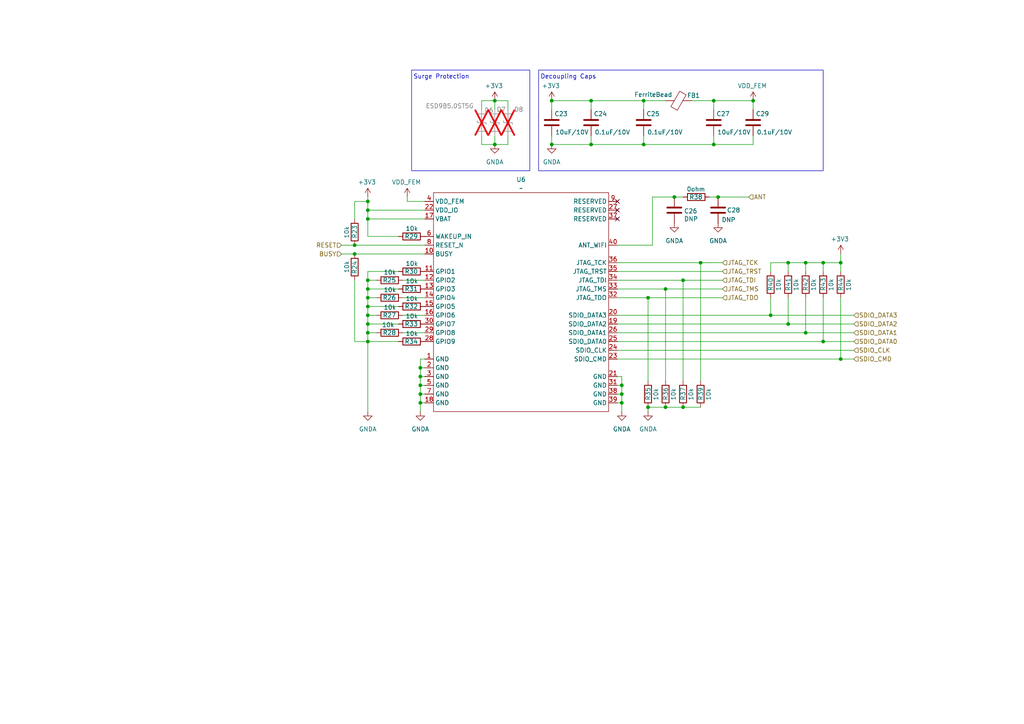
<source format=kicad_sch>
(kicad_sch (version 20231120) (generator "eeschema") (generator_version "8.0")
  (paper "A4")
  (lib_symbols
    (symbol "Device:C" (pin_numbers hide) (pin_names (offset 0.254))
      (property "Reference" "C" (at 0.635 2.54 0))
      (property "Value" "C" (at 0.635 -2.54 0))
      (symbol "C_0_1"
        (polyline (pts (xy -2.032 -0.762) (xy 2.032 -0.762)) (stroke (width 0.508)))
        (polyline (pts (xy -2.032 0.762) (xy 2.032 0.762)) (stroke (width 0.508)))
      )
      (symbol "C_1_1"
        (pin passive line (at 0 3.81 270) (length 2.794) (name "~") (number "1"))
        (pin passive line (at 0 -3.81 90) (length 2.794) (name "~") (number "2"))
      )
    )
    (symbol "Device:FerriteBead" (pin_numbers hide) (pin_names (offset 0))
      (property "Reference" "FB" (at -3.81 0.635 90))
      (property "Value" "FerriteBead" (at 3.81 0 90))
      (symbol "FerriteBead_0_1"
        (polyline (pts (xy 0 -1.27) (xy 0 -1.2192)))
        (polyline (pts (xy 0 1.27) (xy 0 1.2954)))
        (polyline (pts (xy -2.7686 0.4064) (xy -1.7018 2.2606) (xy 2.7686 -0.3048) (xy 1.6764 -2.159) (xy -2.7686 0.4064)))
      )
      (symbol "FerriteBead_1_1"
        (pin passive line (at 0 3.81 270) (length 2.54) (name "~") (number "1"))
        (pin passive line (at 0 -3.81 90) (length 2.54) (name "~") (number "2"))
      )
    )
    (symbol "Device:R" (pin_numbers hide) (pin_names (offset 0))
      (property "Reference" "R" (at 2.032 0 90))
      (property "Value" "R" (at 0 0 90))
      (symbol "R_0_1"
        (rectangle (start -1.016 -2.54) (end 1.016 2.54) (stroke (width 0.254)))
      )
      (symbol "R_1_1"
        (pin passive line (at 0 3.81 270) (length 1.27) (name "~") (number "1"))
        (pin passive line (at 0 -3.81 90) (length 1.27) (name "~") (number "2"))
      )
    )
    (symbol "Diode:ESD9B5.0ST5G" (pin_numbers hide) (pin_names (offset 1.016) hide)
      (property "Reference" "D" (at 0 2.54 0))
      (property "Value" "ESD9B5.0ST5G" (at 0 -2.54 0))
      (symbol "ESD9B5.0ST5G_0_1"
        (polyline (pts (xy 1.27 0) (xy -1.27 0)))
        (polyline (pts (xy -2.54 -1.27) (xy 0 0) (xy -2.54 1.27) (xy -2.54 -1.27)) (stroke (width 0.2032)))
        (polyline (pts (xy 0.508 1.27) (xy 0 1.27) (xy 0 -1.27) (xy -0.508 -1.27)) (stroke (width 0.2032)))
        (polyline (pts (xy 2.54 1.27) (xy 2.54 -1.27) (xy 0 0) (xy 2.54 1.27)) (stroke (width 0.2032)))
      )
      (symbol "ESD9B5.0ST5G_1_1"
        (pin passive line (at -3.81 0 0) (length 2.54) (name "A1") (number "1"))
        (pin passive line (at 3.81 0 180) (length 2.54) (name "A2") (number "2"))
      )
    )
    (symbol "FGH100M:FGH100MABMD"
      (property "Reference" "U" (at 0 0 0))
      (symbol "FGH100MABMD_0_1"
        (rectangle (start -25.4 33.02) (end 25.4 -30.48))
      )
      (symbol "FGH100MABMD_1_1"
        (pin power_in line (at -27.94 -15.24 0) (length 2.54) (name "GND") (number "1"))
        (pin bidirectional line (at -27.94 15.24 0) (length 2.54) (name "BUSY") (number "10"))
        (pin bidirectional line (at -27.94 10.16 0) (length 2.54) (name "GPIO1") (number "11"))
        (pin bidirectional line (at -27.94 7.62 0) (length 2.54) (name "GPIO2") (number "12"))
        (pin bidirectional line (at -27.94 5.08 0) (length 2.54) (name "GPIO3") (number "13"))
        (pin bidirectional line (at -27.94 2.54 0) (length 2.54) (name "GPIO4") (number "14"))
        (pin bidirectional line (at -27.94 0 0) (length 2.54) (name "GPIO5") (number "15"))
        (pin bidirectional line (at -27.94 -2.54 0) (length 2.54) (name "GPIO6") (number "16"))
        (pin power_in line (at -27.94 25.4 0) (length 2.54) (name "VBAT") (number "17"))
        (pin power_in line (at -27.94 -27.94 0) (length 2.54) (name "GND") (number "18"))
        (pin bidirectional line (at 27.94 -5.08 180) (length 2.54) (name "SDIO_DATA2") (number "19"))
        (pin power_in line (at -27.94 -17.78 0) (length 2.54) (name "GND") (number "2"))
        (pin bidirectional line (at 27.94 -2.54 180) (length 2.54) (name "SDIO_DATA3") (number "20"))
        (pin power_in line (at 27.94 -20.32 180) (length 2.54) (name "GND") (number "21"))
        (pin power_in line (at -27.94 27.94 0) (length 2.54) (name "VDD_IO") (number "22"))
        (pin bidirectional line (at 27.94 -15.24 180) (length 2.54) (name "SDIO_CMD") (number "23"))
        (pin bidirectional line (at 27.94 -12.7 180) (length 2.54) (name "SDIO_CLK") (number "24"))
        (pin bidirectional line (at 27.94 -10.16 180) (length 2.54) (name "SDIO_DATA0") (number "25"))
        (pin bidirectional line (at 27.94 -7.62 180) (length 2.54) (name "SDIO_DATA1") (number "26"))
        (pin no_connect line (at 27.94 27.94 180) (length 2.54) (name "RESERVED") (number "27"))
        (pin bidirectional line (at -27.94 -10.16 0) (length 2.54) (name "GPIO9") (number "28"))
        (pin bidirectional line (at -27.94 -7.62 0) (length 2.54) (name "GPIO8") (number "29"))
        (pin power_in line (at -27.94 -20.32 0) (length 2.54) (name "GND") (number "3"))
        (pin bidirectional line (at -27.94 -5.08 0) (length 2.54) (name "GPIO7") (number "30"))
        (pin power_in line (at 27.94 -22.86 180) (length 2.54) (name "GND") (number "31"))
        (pin bidirectional line (at 27.94 2.54 180) (length 2.54) (name "JTAG_TDO") (number "32"))
        (pin bidirectional line (at 27.94 5.08 180) (length 2.54) (name "JTAG_TMS") (number "33"))
        (pin bidirectional line (at 27.94 7.62 180) (length 2.54) (name "JTAG_TDI") (number "34"))
        (pin bidirectional line (at 27.94 10.16 180) (length 2.54) (name "JTAG_TRST") (number "35"))
        (pin bidirectional line (at 27.94 12.7 180) (length 2.54) (name "JTAG_TCK") (number "36"))
        (pin no_connect line (at 27.94 25.4 180) (length 2.54) (name "RESERVED") (number "37"))
        (pin power_in line (at 27.94 -25.4 180) (length 2.54) (name "GND") (number "38"))
        (pin power_in line (at 27.94 -27.94 180) (length 2.54) (name "GND") (number "39"))
        (pin power_in line (at -27.94 30.48 0) (length 2.54) (name "VDD_FEM") (number "4"))
        (pin bidirectional line (at 27.94 17.78 180) (length 2.54) (name "ANT_WIFI") (number "40"))
        (pin power_in line (at -27.94 -22.86 0) (length 2.54) (name "GND") (number "5"))
        (pin input line (at -27.94 20.32 0) (length 2.54) (name "WAKEUP_IN") (number "6"))
        (pin power_in line (at -27.94 -25.4 0) (length 2.54) (name "GND") (number "7"))
        (pin input line (at -27.94 17.78 0) (length 2.54) (name "RESET_N") (number "8"))
        (pin no_connect line (at 27.94 30.48 180) (length 2.54) (name "RESERVED") (number "9"))
      )
    )
    (symbol "power:+3V3" (power) (pin_numbers hide) (pin_names (offset 0) hide)
      (property "Value" "+3V3" (at 0 3.556 0))
      (symbol "+3V3_0_1"
        (polyline (pts (xy -0.762 1.27) (xy 0 2.54)))
        (polyline (pts (xy 0 0) (xy 0 2.54)))
        (polyline (pts (xy 0 2.54) (xy 0.762 1.27)))
      )
      (symbol "+3V3_1_1"
        (pin power_in line (at 0 0 90) (length 0) (name "~") (number "1"))
      )
    )
    (symbol "power:GNDA" (power) (pin_numbers hide) (pin_names (offset 0) hide)
      (property "Value" "GNDA" (at 0 -3.81 0))
      (symbol "GNDA_0_1"
        (polyline (pts (xy 0 0) (xy 0 -1.27) (xy 1.27 -1.27) (xy 0 -2.54) (xy -1.27 -1.27) (xy 0 -1.27)))
      )
      (symbol "GNDA_1_1"
        (pin power_in line (at 0 0 270) (length 0) (name "~") (number "1"))
      )
    )
  )
  (junction (at 195.58 57.15))
  (junction (at 121.92 111.76))
  (junction (at 121.92 116.84))
  (junction (at 233.68 76.2))
  (junction (at 233.68 96.52))
  (junction (at 180.34 114.3))
  (junction (at 143.51 29.21))
  (junction (at 171.45 29.21))
  (junction (at 238.76 76.2))
  (junction (at 186.69 29.21))
  (junction (at 218.44 29.21))
  (junction (at 186.69 41.91))
  (junction (at 106.68 99.06))
  (junction (at 198.12 118.11))
  (junction (at 102.87 71.12))
  (junction (at 238.76 99.06))
  (junction (at 193.04 83.82))
  (junction (at 106.68 81.28))
  (junction (at 223.52 91.44))
  (junction (at 160.02 41.91))
  (junction (at 198.12 81.28))
  (junction (at 171.45 41.91))
  (junction (at 106.68 86.36))
  (junction (at 243.84 76.2))
  (junction (at 121.92 106.68))
  (junction (at 228.6 93.98))
  (junction (at 106.68 88.9))
  (junction (at 203.2 76.2))
  (junction (at 106.68 96.52))
  (junction (at 106.68 91.44))
  (junction (at 187.96 118.11))
  (junction (at 208.28 57.15))
  (junction (at 180.34 116.84))
  (junction (at 106.68 58.42))
  (junction (at 160.02 29.21))
  (junction (at 106.68 93.98))
  (junction (at 121.92 114.3))
  (junction (at 243.84 104.14))
  (junction (at 207.01 29.21))
  (junction (at 106.68 60.96))
  (junction (at 187.96 86.36))
  (junction (at 228.6 76.2))
  (junction (at 121.92 109.22))
  (junction (at 106.68 83.82))
  (junction (at 106.68 63.5))
  (junction (at 102.87 73.66))
  (junction (at 143.51 41.91))
  (junction (at 207.01 41.91))
  (junction (at 193.04 118.11))
  (junction (at 180.34 111.76))
  (no_connect (at 179.07 63.5))
  (no_connect (at 179.07 60.96))
  (no_connect (at 179.07 58.42))
  (wire (pts (xy 247.65 93.98) (xy 228.6 93.98)))
  (wire (pts (xy 209.55 76.2) (xy 203.2 76.2)))
  (wire (pts (xy 106.68 63.5) (xy 106.68 68.58)))
  (wire (pts (xy 189.23 57.15) (xy 189.23 71.12)))
  (wire (pts (xy 139.7 31.75) (xy 139.7 29.21)))
  (wire (pts (xy 147.32 29.21) (xy 143.51 29.21)))
  (wire (pts (xy 187.96 86.36) (xy 187.96 110.49)))
  (wire (pts (xy 180.34 116.84) (xy 180.34 119.38)))
  (wire (pts (xy 171.45 29.21) (xy 186.69 29.21)))
  (wire (pts (xy 147.32 41.91) (xy 143.51 41.91)))
  (wire (pts (xy 121.92 116.84) (xy 121.92 119.38)))
  (wire (pts (xy 143.51 29.21) (xy 143.51 31.75)))
  (wire (pts (xy 123.19 109.22) (xy 121.92 109.22)))
  (wire (pts (xy 205.74 57.15) (xy 208.28 57.15)))
  (wire (pts (xy 106.68 57.15) (xy 106.68 58.42)))
  (wire (pts (xy 207.01 41.91) (xy 207.01 39.37)))
  (wire (pts (xy 179.07 104.14) (xy 243.84 104.14)))
  (wire (pts (xy 106.68 91.44) (xy 106.68 93.98)))
  (wire (pts (xy 179.07 96.52) (xy 233.68 96.52)))
  (wire (pts (xy 247.65 96.52) (xy 233.68 96.52)))
  (wire (pts (xy 116.84 96.52) (xy 123.19 96.52)))
  (wire (pts (xy 147.32 39.37) (xy 147.32 41.91)))
  (wire (pts (xy 139.7 39.37) (xy 139.7 41.91)))
  (wire (pts (xy 123.19 116.84) (xy 121.92 116.84)))
  (wire (pts (xy 180.34 111.76) (xy 180.34 114.3)))
  (wire (pts (xy 179.07 86.36) (xy 187.96 86.36)))
  (wire (pts (xy 106.68 96.52) (xy 109.22 96.52)))
  (wire (pts (xy 118.11 58.42) (xy 123.19 58.42)))
  (wire (pts (xy 102.87 73.66) (xy 123.19 73.66)))
  (wire (pts (xy 106.68 91.44) (xy 109.22 91.44)))
  (wire (pts (xy 238.76 86.36) (xy 238.76 99.06)))
  (wire (pts (xy 171.45 31.75) (xy 171.45 29.21)))
  (wire (pts (xy 187.96 119.38) (xy 187.96 118.11)))
  (wire (pts (xy 200.66 29.21) (xy 207.01 29.21)))
  (wire (pts (xy 179.07 81.28) (xy 198.12 81.28)))
  (wire (pts (xy 203.2 76.2) (xy 203.2 110.49)))
  (wire (pts (xy 209.55 86.36) (xy 187.96 86.36)))
  (wire (pts (xy 189.23 71.12) (xy 179.07 71.12)))
  (wire (pts (xy 106.68 81.28) (xy 106.68 83.82)))
  (wire (pts (xy 180.34 109.22) (xy 180.34 111.76)))
  (wire (pts (xy 233.68 76.2) (xy 238.76 76.2)))
  (wire (pts (xy 189.23 57.15) (xy 195.58 57.15)))
  (wire (pts (xy 118.11 57.15) (xy 118.11 58.42)))
  (wire (pts (xy 243.84 104.14) (xy 247.65 104.14)))
  (wire (pts (xy 106.68 68.58) (xy 115.57 68.58)))
  (wire (pts (xy 99.06 73.66) (xy 102.87 73.66)))
  (wire (pts (xy 115.57 93.98) (xy 106.68 93.98)))
  (wire (pts (xy 207.01 31.75) (xy 207.01 29.21)))
  (wire (pts (xy 106.68 88.9) (xy 106.68 91.44)))
  (wire (pts (xy 121.92 109.22) (xy 121.92 111.76)))
  (wire (pts (xy 233.68 86.36) (xy 233.68 96.52)))
  (wire (pts (xy 179.07 116.84) (xy 180.34 116.84)))
  (wire (pts (xy 116.84 81.28) (xy 123.19 81.28)))
  (wire (pts (xy 223.52 78.74) (xy 223.52 76.2)))
  (wire (pts (xy 171.45 29.21) (xy 160.02 29.21)))
  (wire (pts (xy 193.04 118.11) (xy 198.12 118.11)))
  (wire (pts (xy 121.92 106.68) (xy 121.92 109.22)))
  (wire (pts (xy 139.7 41.91) (xy 143.51 41.91)))
  (wire (pts (xy 209.55 78.74) (xy 179.07 78.74)))
  (wire (pts (xy 102.87 99.06) (xy 106.68 99.06)))
  (wire (pts (xy 160.02 29.21) (xy 160.02 31.75)))
  (wire (pts (xy 106.68 93.98) (xy 106.68 96.52)))
  (wire (pts (xy 106.68 86.36) (xy 109.22 86.36)))
  (wire (pts (xy 247.65 99.06) (xy 238.76 99.06)))
  (wire (pts (xy 171.45 39.37) (xy 171.45 41.91)))
  (wire (pts (xy 123.19 114.3) (xy 121.92 114.3)))
  (wire (pts (xy 180.34 114.3) (xy 180.34 116.84)))
  (wire (pts (xy 186.69 39.37) (xy 186.69 41.91)))
  (wire (pts (xy 179.07 83.82) (xy 193.04 83.82)))
  (wire (pts (xy 179.07 91.44) (xy 223.52 91.44)))
  (wire (pts (xy 179.07 101.6) (xy 247.65 101.6)))
  (wire (pts (xy 179.07 111.76) (xy 180.34 111.76)))
  (wire (pts (xy 186.69 41.91) (xy 171.45 41.91)))
  (wire (pts (xy 123.19 106.68) (xy 121.92 106.68)))
  (wire (pts (xy 193.04 29.21) (xy 186.69 29.21)))
  (wire (pts (xy 223.52 76.2) (xy 228.6 76.2)))
  (wire (pts (xy 243.84 76.2) (xy 243.84 78.74)))
  (wire (pts (xy 209.55 81.28) (xy 198.12 81.28)))
  (wire (pts (xy 198.12 81.28) (xy 198.12 110.49)))
  (wire (pts (xy 121.92 104.14) (xy 121.92 106.68)))
  (wire (pts (xy 143.51 41.91) (xy 143.51 39.37)))
  (wire (pts (xy 115.57 83.82) (xy 106.68 83.82)))
  (wire (pts (xy 179.07 99.06) (xy 238.76 99.06)))
  (wire (pts (xy 223.52 86.36) (xy 223.52 91.44)))
  (wire (pts (xy 243.84 73.66) (xy 243.84 76.2)))
  (wire (pts (xy 102.87 58.42) (xy 102.87 63.5)))
  (wire (pts (xy 208.28 57.15) (xy 217.17 57.15)))
  (wire (pts (xy 123.19 60.96) (xy 106.68 60.96)))
  (wire (pts (xy 123.19 104.14) (xy 121.92 104.14)))
  (wire (pts (xy 115.57 88.9) (xy 106.68 88.9)))
  (wire (pts (xy 147.32 31.75) (xy 147.32 29.21)))
  (wire (pts (xy 115.57 99.06) (xy 106.68 99.06)))
  (wire (pts (xy 116.84 91.44) (xy 123.19 91.44)))
  (wire (pts (xy 106.68 119.38) (xy 106.68 99.06)))
  (wire (pts (xy 207.01 29.21) (xy 218.44 29.21)))
  (wire (pts (xy 116.84 86.36) (xy 123.19 86.36)))
  (wire (pts (xy 102.87 81.28) (xy 102.87 99.06)))
  (wire (pts (xy 106.68 96.52) (xy 106.68 99.06)))
  (wire (pts (xy 238.76 76.2) (xy 238.76 78.74)))
  (wire (pts (xy 179.07 109.22) (xy 180.34 109.22)))
  (wire (pts (xy 247.65 91.44) (xy 223.52 91.44)))
  (wire (pts (xy 243.84 86.36) (xy 243.84 104.14)))
  (wire (pts (xy 115.57 78.74) (xy 106.68 78.74)))
  (wire (pts (xy 228.6 76.2) (xy 233.68 76.2)))
  (wire (pts (xy 193.04 83.82) (xy 193.04 110.49)))
  (wire (pts (xy 209.55 83.82) (xy 193.04 83.82)))
  (wire (pts (xy 198.12 118.11) (xy 203.2 118.11)))
  (wire (pts (xy 218.44 39.37) (xy 218.44 41.91)))
  (wire (pts (xy 218.44 31.75) (xy 218.44 29.21)))
  (wire (pts (xy 106.68 58.42) (xy 102.87 58.42)))
  (wire (pts (xy 179.07 76.2) (xy 203.2 76.2)))
  (wire (pts (xy 238.76 76.2) (xy 243.84 76.2)))
  (wire (pts (xy 139.7 29.21) (xy 143.51 29.21)))
  (wire (pts (xy 106.68 83.82) (xy 106.68 86.36)))
  (wire (pts (xy 179.07 93.98) (xy 228.6 93.98)))
  (wire (pts (xy 160.02 41.91) (xy 171.45 41.91)))
  (wire (pts (xy 228.6 86.36) (xy 228.6 93.98)))
  (wire (pts (xy 160.02 39.37) (xy 160.02 41.91)))
  (wire (pts (xy 233.68 76.2) (xy 233.68 78.74)))
  (wire (pts (xy 179.07 114.3) (xy 180.34 114.3)))
  (wire (pts (xy 186.69 41.91) (xy 207.01 41.91)))
  (wire (pts (xy 207.01 41.91) (xy 218.44 41.91)))
  (wire (pts (xy 106.68 60.96) (xy 106.68 63.5)))
  (wire (pts (xy 99.06 71.12) (xy 102.87 71.12)))
  (wire (pts (xy 123.19 111.76) (xy 121.92 111.76)))
  (wire (pts (xy 106.68 78.74) (xy 106.68 81.28)))
  (wire (pts (xy 195.58 57.15) (xy 198.12 57.15)))
  (wire (pts (xy 187.96 118.11) (xy 193.04 118.11)))
  (wire (pts (xy 121.92 111.76) (xy 121.92 114.3)))
  (wire (pts (xy 228.6 76.2) (xy 228.6 78.74)))
  (wire (pts (xy 102.87 71.12) (xy 123.19 71.12)))
  (wire (pts (xy 106.68 81.28) (xy 109.22 81.28)))
  (wire (pts (xy 121.92 114.3) (xy 121.92 116.84)))
  (wire (pts (xy 106.68 58.42) (xy 106.68 60.96)))
  (wire (pts (xy 186.69 31.75) (xy 186.69 29.21)))
  (wire (pts (xy 123.19 63.5) (xy 106.68 63.5)))
  (wire (pts (xy 106.68 86.36) (xy 106.68 88.9)))
  (rectangle (start 119.38 20.32) (end 153.67 49.53))
  (rectangle (start 156.21 20.32) (end 238.76 49.53))
  (text "Decoupling Caps" (at 164.846 22.352 0) (effects (font (size 1.27 1.27))))
  (text "Surge Protection" (at 128.016 22.352 0) (effects (font (size 1.27 1.27))))
  (hierarchical_label "BUSY" (shape input) (at 99.06 73.66 180))
  (hierarchical_label "SDIO_CLK" (shape input) (at 247.65 101.6 0))
  (hierarchical_label "JTAG_TDI" (shape input) (at 209.55 81.28 0))
  (hierarchical_label "SDIO_DATA1" (shape input) (at 247.65 96.52 0))
  (hierarchical_label "JTAG_TCK" (shape input) (at 209.55 76.2 0))
  (hierarchical_label "SDIO_DATA2" (shape input) (at 247.65 93.98 0))
  (hierarchical_label "JTAG_TDO" (shape input) (at 209.55 86.36 0))
  (hierarchical_label "SDIO_DATA0" (shape input) (at 247.65 99.06 0))
  (hierarchical_label "SDIO_DATA3" (shape input) (at 247.65 91.44 0))
  (hierarchical_label "JTAG_TRST" (shape input) (at 209.55 78.74 0))
  (hierarchical_label "RESET" (shape input) (at 99.06 71.12 180))
  (hierarchical_label "JTAG_TMS" (shape input) (at 209.55 83.82 0))
  (hierarchical_label "SDIO_CMD" (shape input) (at 247.65 104.14 0))
  (hierarchical_label "ANT" (shape input) (at 217.17 57.15 0))
  (symbol (lib_id "Device:R") (at 238.76 82.55 180) (unit 1)
    (property "Reference" "R43" (at 238.76 80.518 90) (effects (justify left)))
    (property "Value" "10k" (at 241.046 80.772 90) (effects (justify left)))
    (property "Footprint" "Capacitor_SMD:C_0603_1608Metric" (effects (hide yes)))
    (property "Description" "Resistor" (effects (hide yes)))
    (property "MANUF_PN" "RC0603FR-0710KL" (effects (hide yes)))
  )
  (symbol (lib_id "Diode:ESD9B5.0ST5G") (at 147.32 35.56 90) (unit 1) (exclude_from_sim yes) (in_bom no) (on_board no) (dnp yes)
    (property "Reference" "D8" (at 149.098 31.75 90) (effects (justify right)))
    (property "Value" "ESD9B5.0ST5G" (effects (hide yes)))
    (property "Footprint" "Diode_SMD:D_SOD-923" (effects (hide yes)))
    (property "Datasheet" "https://www.digikey.ca/en/products/detail/onsemi/ESD9B5-0ST5G/1646449" (effects (hide yes)))
    (property "Description" "ESD protection diode, 5.0Vrwm, SOD-923" (effects (hide yes)))
    (property "MANUF_PN" "ESD9B5.0ST5G" (effects (hide yes)))
  )
  (symbol (lib_id "Device:C") (at 171.45 35.56 0) (unit 1)
    (property "Reference" "C24" (at 172.212 33.02 0) (effects (justify left)))
    (property "Value" "0.1uF/10V" (at 172.466 38.354 0) (effects (justify left)))
    (property "Footprint" "Capacitor_SMD:C_0603_1608Metric" (effects (hide yes)))
    (property "Description" "Unpolarized capacitor" (effects (hide yes)))
    (property "MANUF_PN" "C0603C104K5RAC7411" (effects (hide yes)))
  )
  (symbol (lib_id "Device:C") (at 218.44 35.56 0) (unit 1)
    (property "Reference" "C29" (at 219.202 33.02 0) (effects (justify left)))
    (property "Value" "0.1uF/10V" (at 219.456 38.354 0) (effects (justify left)))
    (property "Footprint" "Capacitor_SMD:C_0603_1608Metric" (effects (hide yes)))
    (property "Description" "Unpolarized capacitor" (effects (hide yes)))
    (property "MANUF_PN" "C0603C104K5RAC7411" (effects (hide yes)))
  )
  (symbol (lib_id "Device:R") (at 113.03 86.36 270) (unit 1)
    (property "Reference" "R26" (at 110.998 86.36 90) (effects (justify left)))
    (property "Value" "10k" (at 111.252 84.074 90) (effects (justify left)))
    (property "Footprint" "Capacitor_SMD:C_0603_1608Metric" (effects (hide yes)))
    (property "Description" "Resistor" (effects (hide yes)))
    (property "MANUF_PN" "RC0603FR-0710KL" (effects (hide yes)))
  )
  (symbol (lib_id "Device:R") (at 113.03 91.44 270) (unit 1)
    (property "Reference" "R27" (at 110.998 91.44 90) (effects (justify left)))
    (property "Value" "10k" (at 111.252 89.154 90) (effects (justify left)))
    (property "Footprint" "Capacitor_SMD:C_0603_1608Metric" (effects (hide yes)))
    (property "Description" "Resistor" (effects (hide yes)))
    (property "MANUF_PN" "RC0603FR-0710KL" (effects (hide yes)))
  )
  (symbol (lib_id "Device:R") (at 223.52 82.55 180) (unit 1)
    (property "Reference" "R40" (at 223.52 80.518 90) (effects (justify left)))
    (property "Value" "10k" (at 225.806 80.772 90) (effects (justify left)))
    (property "Footprint" "Capacitor_SMD:C_0603_1608Metric" (effects (hide yes)))
    (property "Description" "Resistor" (effects (hide yes)))
    (property "MANUF_PN" "RC0603FR-0710KL" (effects (hide yes)))
  )
  (symbol (lib_id "Device:R") (at 228.6 82.55 180) (unit 1)
    (property "Reference" "R41" (at 228.6 80.518 90) (effects (justify left)))
    (property "Value" "10k" (at 230.886 80.772 90) (effects (justify left)))
    (property "Footprint" "Capacitor_SMD:C_0603_1608Metric" (effects (hide yes)))
    (property "Description" "Resistor" (effects (hide yes)))
    (property "MANUF_PN" "RC0603FR-0710KL" (effects (hide yes)))
  )
  (symbol (lib_id "Device:R") (at 203.2 114.3 180) (unit 1)
    (property "Reference" "R39" (at 203.2 112.268 90) (effects (justify left)))
    (property "Value" "10k" (at 205.486 112.522 90) (effects (justify left)))
    (property "Footprint" "Capacitor_SMD:C_0603_1608Metric" (effects (hide yes)))
    (property "Description" "Resistor" (effects (hide yes)))
    (property "MANUF_PN" "RC0603FR-0710KL" (effects (hide yes)))
  )
  (symbol (lib_id "FGH100M:FGH100MABMD") (at 151.13 88.9 0) (unit 1)
    (property "Reference" "U6" (at 151.13 52.07 0))
    (property "Value" "~" (at 151.13 54.61 0))
    (property "Footprint" "FGH100M:FGH100MABMD" (effects (hide yes)))
    (property "MANUF_PN" "FGH100MABMD" (effects (hide yes)))
  )
  (symbol (lib_id "Device:R") (at 119.38 99.06 270) (unit 1)
    (property "Reference" "R34" (at 117.348 99.06 90) (effects (justify left)))
    (property "Value" "10k" (at 117.602 96.774 90) (effects (justify left)))
    (property "Footprint" "Capacitor_SMD:C_0603_1608Metric" (effects (hide yes)))
    (property "Description" "Resistor" (effects (hide yes)))
    (property "MANUF_PN" "RC0603FR-0710KL" (effects (hide yes)))
  )
  (symbol (lib_id "power:+3V3") (at 143.51 29.21 0) (unit 1)
    (property "Reference" "#PWR075" (effects (hide yes)))
    (property "Value" "+3V3" (at 143.256 24.892 0))
    (property "Description" "Power symbol creates a global label with name \"+3V3\"" (effects (hide yes)))
  )
  (symbol (lib_id "power:GNDA") (at 121.92 119.38 0) (unit 1)
    (property "Reference" "#PWR074" (effects (hide yes)))
    (property "Value" "GNDA" (at 121.92 124.46 0))
    (property "Description" "Power symbol creates a global label with name \"GNDA\" , analog ground" (effects (hide yes)))
  )
  (symbol (lib_id "Device:R") (at 113.03 96.52 270) (unit 1)
    (property "Reference" "R28" (at 110.998 96.52 90) (effects (justify left)))
    (property "Value" "10k" (at 110.744 94.234 90) (effects (justify left)))
    (property "Footprint" "Capacitor_SMD:C_0603_1608Metric" (effects (hide yes)))
    (property "Description" "Resistor" (effects (hide yes)))
    (property "MANUF_PN" "RC0603FR-0710KL" (effects (hide yes)))
  )
  (symbol (lib_id "power:GNDA") (at 143.51 41.91 0) (unit 1)
    (property "Reference" "#PWR076" (effects (hide yes)))
    (property "Value" "GNDA" (at 143.51 46.99 0))
    (property "Description" "Power symbol creates a global label with name \"GNDA\" , analog ground" (effects (hide yes)))
  )
  (symbol (lib_id "Device:C") (at 207.01 35.56 0) (unit 1)
    (property "Reference" "C27" (at 207.772 33.02 0) (effects (justify left)))
    (property "Value" "10uF/10V" (at 208.026 38.354 0) (effects (justify left)))
    (property "Footprint" "Capacitor_SMD:C_0603_1608Metric" (effects (hide yes)))
    (property "Description" "Unpolarized capacitor" (effects (hide yes)))
  )
  (symbol (lib_id "Device:R") (at 119.38 68.58 270) (unit 1)
    (property "Reference" "R29" (at 117.348 68.58 90) (effects (justify left)))
    (property "Value" "10k" (at 117.602 66.294 90) (effects (justify left)))
    (property "Footprint" "Capacitor_SMD:C_0603_1608Metric" (effects (hide yes)))
    (property "Description" "Resistor" (effects (hide yes)))
    (property "MANUF_PN" "RC0603FR-0710KL" (effects (hide yes)))
  )
  (symbol (lib_id "power:+3V3") (at 118.11 57.15 0) (unit 1)
    (property "Reference" "#PWR073" (effects (hide yes)))
    (property "Value" "VDD_FEM" (at 117.856 52.832 0))
    (property "Description" "Power symbol creates a global label with name \"+3V3\"" (effects (hide yes)))
  )
  (symbol (lib_id "power:GNDA") (at 195.58 64.77 0) (unit 1)
    (property "Reference" "#PWR081" (effects (hide yes)))
    (property "Value" "GNDA" (at 195.58 69.85 0))
    (property "Description" "Power symbol creates a global label with name \"GNDA\" , analog ground" (effects (hide yes)))
  )
  (symbol (lib_id "power:GNDA") (at 208.28 64.77 0) (unit 1)
    (property "Reference" "#PWR082" (effects (hide yes)))
    (property "Value" "GNDA" (at 208.28 69.85 0))
    (property "Description" "Power symbol creates a global label with name \"GNDA\" , analog ground" (effects (hide yes)))
  )
  (symbol (lib_id "power:GNDA") (at 180.34 119.38 0) (unit 1)
    (property "Reference" "#PWR079" (effects (hide yes)))
    (property "Value" "GNDA" (at 180.34 124.46 0))
    (property "Description" "Power symbol creates a global label with name \"GNDA\" , analog ground" (effects (hide yes)))
  )
  (symbol (lib_id "Device:R") (at 187.96 114.3 180) (unit 1)
    (property "Reference" "R35" (at 187.96 112.268 90) (effects (justify left)))
    (property "Value" "10k" (at 190.246 112.522 90) (effects (justify left)))
    (property "Footprint" "Capacitor_SMD:C_0603_1608Metric" (effects (hide yes)))
    (property "Description" "Resistor" (effects (hide yes)))
    (property "MANUF_PN" "RC0603FR-0710KL" (effects (hide yes)))
  )
  (symbol (lib_id "Device:R") (at 119.38 88.9 270) (unit 1)
    (property "Reference" "R32" (at 117.348 88.9 90) (effects (justify left)))
    (property "Value" "10k" (at 117.602 86.614 90) (effects (justify left)))
    (property "Footprint" "Capacitor_SMD:C_0603_1608Metric" (effects (hide yes)))
    (property "Description" "Resistor" (effects (hide yes)))
    (property "MANUF_PN" "RC0603FR-0710KL" (effects (hide yes)))
  )
  (symbol (lib_id "Device:R") (at 193.04 114.3 180) (unit 1)
    (property "Reference" "R36" (at 193.04 112.268 90) (effects (justify left)))
    (property "Value" "10k" (at 195.326 112.522 90) (effects (justify left)))
    (property "Footprint" "Capacitor_SMD:C_0603_1608Metric" (effects (hide yes)))
    (property "Description" "Resistor" (effects (hide yes)))
    (property "MANUF_PN" "RC0603FR-0710KL" (effects (hide yes)))
  )
  (symbol (lib_id "power:GNDA") (at 160.02 41.91 0) (unit 1)
    (property "Reference" "#PWR078" (effects (hide yes)))
    (property "Value" "GNDA" (at 160.02 46.99 0))
    (property "Description" "Power symbol creates a global label with name \"GNDA\" , analog ground" (effects (hide yes)))
  )
  (symbol (lib_id "Device:R") (at 243.84 82.55 180) (unit 1)
    (property "Reference" "R44" (at 243.84 80.518 90) (effects (justify left)))
    (property "Value" "10k" (at 246.126 80.772 90) (effects (justify left)))
    (property "Footprint" "Capacitor_SMD:C_0603_1608Metric" (effects (hide yes)))
    (property "Description" "Resistor" (effects (hide yes)))
    (property "MANUF_PN" "RC0603FR-0710KL" (effects (hide yes)))
  )
  (symbol (lib_id "power:+3V3") (at 243.84 73.66 0) (unit 1)
    (property "Reference" "#PWR084" (effects (hide yes)))
    (property "Value" "+3V3" (at 243.586 69.342 0))
    (property "Description" "Power symbol creates a global label with name \"+3V3\"" (effects (hide yes)))
  )
  (symbol (lib_id "Device:C") (at 208.28 60.96 0) (unit 1)
    (property "Reference" "C28" (at 210.82 60.96 0) (effects (justify left)))
    (property "Value" "DNP" (at 209.296 63.754 0) (effects (justify left)))
    (property "Footprint" "Capacitor_SMD:C_0603_1608Metric" (effects (hide yes)))
    (property "Description" "Unpolarized capacitor" (effects (hide yes)))
    (property "MANUF_PN" "N/A" (effects (hide yes)))
  )
  (symbol (lib_id "power:GNDA") (at 187.96 119.38 0) (unit 1)
    (property "Reference" "#PWR080" (effects (hide yes)))
    (property "Value" "GNDA" (at 187.96 124.46 0))
    (property "Description" "Power symbol creates a global label with name \"GNDA\" , analog ground" (effects (hide yes)))
  )
  (symbol (lib_id "Device:R") (at 198.12 114.3 180) (unit 1)
    (property "Reference" "R37" (at 198.12 112.268 90) (effects (justify left)))
    (property "Value" "10k" (at 200.406 112.522 90) (effects (justify left)))
    (property "Footprint" "Capacitor_SMD:C_0603_1608Metric" (effects (hide yes)))
    (property "Description" "Resistor" (effects (hide yes)))
    (property "MANUF_PN" "RC0603FR-0710KL" (effects (hide yes)))
  )
  (symbol (lib_id "power:+3V3") (at 218.44 29.21 0) (unit 1)
    (property "Reference" "#PWR083" (effects (hide yes)))
    (property "Value" "VDD_FEM" (at 218.186 24.892 0))
    (property "Description" "Power symbol creates a global label with name \"+3V3\"" (effects (hide yes)))
  )
  (symbol (lib_id "Diode:ESD9B5.0ST5G") (at 139.7 35.56 90) (unit 1) (exclude_from_sim yes) (in_bom no) (on_board no) (dnp yes)
    (property "Reference" "D6" (at 140.462 32.004 90) (effects (justify right)))
    (property "Value" "ESD9B5.0ST5G" (at 123.444 30.734 90) (effects (justify right)))
    (property "Footprint" "Diode_SMD:D_SOD-923" (effects (hide yes)))
    (property "Datasheet" "https://www.digikey.ca/en/products/detail/onsemi/ESD9B5-0ST5G/1646449" (effects (hide yes)))
    (property "Description" "ESD protection diode, 5.0Vrwm, SOD-923" (effects (hide yes)))
    (property "MANUF_PN" "ESD9B5.0ST5G" (effects (hide yes)))
  )
  (symbol (lib_id "power:+3V3") (at 160.02 29.21 0) (unit 1)
    (property "Reference" "#PWR077" (effects (hide yes)))
    (property "Value" "+3V3" (at 159.766 24.892 0))
    (property "Description" "Power symbol creates a global label with name \"+3V3\"" (effects (hide yes)))
  )
  (symbol (lib_id "Diode:ESD9B5.0ST5G") (at 143.51 35.56 90) (unit 1) (exclude_from_sim yes) (in_bom no) (on_board no) (dnp yes)
    (property "Reference" "D7" (at 144.018 31.75 90) (effects (justify right)))
    (property "Value" "ESD9B5.0ST5G" (effects (hide yes)))
    (property "Footprint" "Diode_SMD:D_SOD-923" (effects (hide yes)))
    (property "Datasheet" "https://www.digikey.ca/en/products/detail/onsemi/ESD9B5-0ST5G/1646449" (effects (hide yes)))
    (property "Description" "ESD protection diode, 5.0Vrwm, SOD-923" (effects (hide yes)))
    (property "MANUF_PN" "ESD9B5.0ST5G" (effects (hide yes)))
  )
  (symbol (lib_id "Device:C") (at 160.02 35.56 0) (unit 1)
    (property "Reference" "C23" (at 160.782 33.02 0) (effects (justify left)))
    (property "Value" "10uF/10V" (at 161.036 38.354 0) (effects (justify left)))
    (property "Footprint" "Capacitor_SMD:C_0603_1608Metric" (effects (hide yes)))
    (property "Description" "Unpolarized capacitor" (effects (hide yes)))
  )
  (symbol (lib_id "Device:FerriteBead") (at 196.85 29.21 90) (unit 1)
    (property "Reference" "FB1" (at 201.168 27.686 90))
    (property "Value" "FerriteBead" (at 189.484 27.432 90))
    (property "Footprint" "Capacitor_SMD:C_0603_1608Metric" (effects (hide yes)))
    (property "Datasheet" "https://www.digikey.com/en/products/detail/tai-tech-advanced-electronics-co-ltd/HCB-1608KF-181T20/17835480" (effects (hide yes)))
    (property "Description" "Ferrite bead" (effects (hide yes)))
    (property "MANUF_PN" "HCB 1608KF-181T20" (effects (hide yes)))
  )
  (symbol (lib_id "Device:R") (at 119.38 93.98 270) (unit 1)
    (property "Reference" "R33" (at 117.348 93.98 90) (effects (justify left)))
    (property "Value" "10k" (at 117.602 91.694 90) (effects (justify left)))
    (property "Footprint" "Capacitor_SMD:C_0603_1608Metric" (effects (hide yes)))
    (property "Description" "Resistor" (effects (hide yes)))
    (property "MANUF_PN" "RC0603FR-0710KL" (effects (hide yes)))
  )
  (symbol (lib_id "Device:R") (at 201.93 57.15 270) (unit 1)
    (property "Reference" "R38" (at 199.898 57.15 90) (effects (justify left)))
    (property "Value" "0ohm" (at 199.136 54.864 90) (effects (justify left)))
    (property "Footprint" "Resistor_SMD:R_0603_1608Metric" (effects (hide yes)))
    (property "Description" "Resistor" (effects (hide yes)))
    (property "MANUF_PN" "RMCF0603ZT0R00" (effects (hide yes)))
  )
  (symbol (lib_id "Device:C") (at 186.69 35.56 0) (unit 1)
    (property "Reference" "C25" (at 187.452 33.02 0) (effects (justify left)))
    (property "Value" "0.1uF/10V" (at 187.706 38.354 0) (effects (justify left)))
    (property "Footprint" "Capacitor_SMD:C_0603_1608Metric" (effects (hide yes)))
    (property "Description" "Unpolarized capacitor" (effects (hide yes)))
    (property "MANUF_PN" "C0603C104K5RAC7411" (effects (hide yes)))
  )
  (symbol (lib_id "Device:R") (at 119.38 83.82 270) (unit 1)
    (property "Reference" "R31" (at 117.348 83.82 90) (effects (justify left)))
    (property "Value" "10k" (at 117.602 81.534 90) (effects (justify left)))
    (property "Footprint" "Capacitor_SMD:C_0603_1608Metric" (effects (hide yes)))
    (property "Description" "Resistor" (effects (hide yes)))
    (property "MANUF_PN" "RC0603FR-0710KL" (effects (hide yes)))
  )
  (symbol (lib_id "Device:C") (at 195.58 60.96 0) (unit 1)
    (property "Reference" "C26" (at 198.374 61.214 0) (effects (justify left)))
    (property "Value" "DNP" (at 198.374 63.5 0) (effects (justify left)))
    (property "Footprint" "Capacitor_SMD:C_0603_1608Metric" (effects (hide yes)))
    (property "Description" "Unpolarized capacitor" (effects (hide yes)))
    (property "MANUF_PN" "N/A" (effects (hide yes)))
  )
  (symbol (lib_id "Device:R") (at 119.38 78.74 270) (unit 1)
    (property "Reference" "R30" (at 117.348 78.74 90) (effects (justify left)))
    (property "Value" "10k" (at 117.602 76.454 90) (effects (justify left)))
    (property "Footprint" "Capacitor_SMD:C_0603_1608Metric" (effects (hide yes)))
    (property "Description" "Resistor" (effects (hide yes)))
    (property "MANUF_PN" "RC0603FR-0710KL" (effects (hide yes)))
  )
  (symbol (lib_id "Device:R") (at 102.87 77.47 0) (unit 1)
    (property "Reference" "R24" (at 102.87 79.502 90) (effects (justify left)))
    (property "Value" "10k" (at 100.584 79.248 90) (effects (justify left)))
    (property "Footprint" "Capacitor_SMD:C_0603_1608Metric" (effects (hide yes)))
    (property "Description" "Resistor" (effects (hide yes)))
    (property "MANUF_PN" "RC0603FR-0710KL" (effects (hide yes)))
  )
  (symbol (lib_id "Device:R") (at 113.03 81.28 270) (unit 1)
    (property "Reference" "R25" (at 110.998 81.28 90) (effects (justify left)))
    (property "Value" "10k" (at 111.252 78.994 90) (effects (justify left)))
    (property "Footprint" "Capacitor_SMD:C_0603_1608Metric" (effects (hide yes)))
    (property "Description" "Resistor" (effects (hide yes)))
    (property "MANUF_PN" "RC0603FR-0710KL" (effects (hide yes)))
  )
  (symbol (lib_id "Device:R") (at 102.87 67.31 180) (unit 1)
    (property "Reference" "R23" (at 102.87 65.278 90) (effects (justify left)))
    (property "Value" "10k" (at 100.584 65.532 90) (effects (justify left)))
    (property "Footprint" "Capacitor_SMD:C_0603_1608Metric" (effects (hide yes)))
    (property "Description" "Resistor" (effects (hide yes)))
    (property "MANUF_PN" "RC0603FR-0710KL" (effects (hide yes)))
  )
  (symbol (lib_id "power:GNDA") (at 106.68 119.38 0) (unit 1)
    (property "Reference" "#PWR072" (effects (hide yes)))
    (property "Value" "GNDA" (at 106.68 124.46 0))
    (property "Description" "Power symbol creates a global label with name \"GNDA\" , analog ground" (effects (hide yes)))
  )
  (symbol (lib_id "Device:R") (at 233.68 82.55 180) (unit 1)
    (property "Reference" "R42" (at 233.68 80.518 90) (effects (justify left)))
    (property "Value" "10k" (at 235.966 80.772 90) (effects (justify left)))
    (property "Footprint" "Capacitor_SMD:C_0603_1608Metric" (effects (hide yes)))
    (property "Description" "Resistor" (effects (hide yes)))
    (property "MANUF_PN" "RC0603FR-0710KL" (effects (hide yes)))
  )
  (symbol (lib_id "power:+3V3") (at 106.68 57.15 0) (unit 1)
    (property "Reference" "#PWR071" (effects (hide yes)))
    (property "Value" "+3V3" (at 106.426 52.832 0))
    (property "Description" "Power symbol creates a global label with name \"+3V3\"" (effects (hide yes)))
  )
)
</source>
